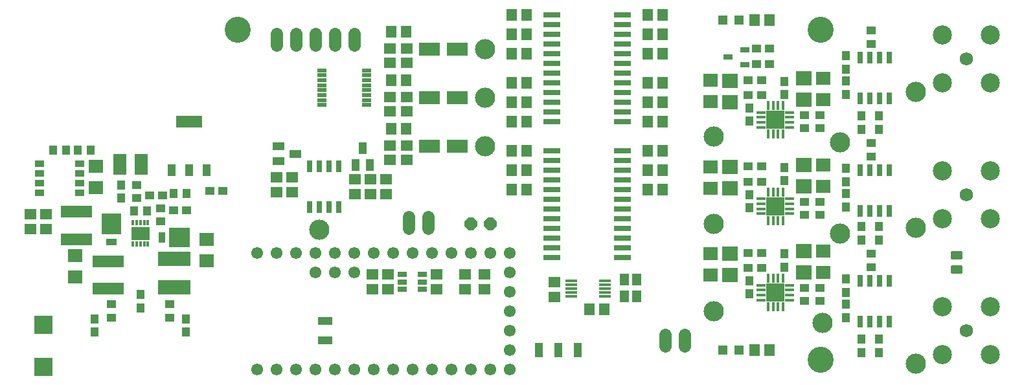
<source format=gbr>
G04 EAGLE Gerber RS-274X export*
G75*
%MOMM*%
%FSLAX34Y34*%
%LPD*%
%INSoldermask Top*%
%IPPOS*%
%AMOC8*
5,1,8,0,0,1.08239X$1,22.5*%
G01*
%ADD10R,2.387600X2.387600*%
%ADD11R,1.601600X1.401600*%
%ADD12C,1.549400*%
%ADD13R,1.301600X0.501600*%
%ADD14R,2.701600X1.701600*%
%ADD15R,1.401600X1.601600*%
%ADD16C,3.403600*%
%ADD17C,1.625600*%
%ADD18R,1.201600X1.101600*%
%ADD19R,1.901600X1.701600*%
%ADD20R,1.101600X1.201600*%
%ADD21R,2.641600X2.771600*%
%ADD22R,1.371600X0.901600*%
%ADD23R,2.771600X2.641600*%
%ADD24R,0.901600X1.371600*%
%ADD25R,4.201600X1.951600*%
%ADD26R,4.101600X1.601600*%
%ADD27R,0.351600X0.776600*%
%ADD28R,2.481600X1.751600*%
%ADD29R,1.244600X0.863600*%
%ADD30R,1.092200X1.600200*%
%ADD31R,3.378200X1.600200*%
%ADD32R,1.701600X2.801600*%
%ADD33R,1.101600X1.501600*%
%ADD34R,0.711200X1.625600*%
%ADD35R,1.501600X1.101600*%
%ADD36R,2.301600X0.701600*%
%ADD37R,1.301600X1.501600*%
%ADD38R,1.501600X0.401600*%
%ADD39C,2.641600*%
%ADD40R,1.117600X1.879600*%
%ADD41R,1.301600X0.651600*%
%ADD42P,1.759533X8X22.500000*%
%ADD43R,2.101600X1.901600*%
%ADD44R,0.457200X1.168400*%
%ADD45R,1.168400X0.457200*%
%ADD46R,2.362200X2.362200*%
%ADD47R,1.295400X0.660400*%
%ADD48R,1.301600X1.301600*%
%ADD49R,1.879600X1.117600*%
%ADD50C,1.751600*%
%ADD51C,2.501600*%
%ADD52C,0.352509*%


D10*
X-723900Y-411544D03*
X-723900Y-466662D03*
D11*
X-172720Y-346100D03*
X-172720Y-365100D03*
X-147320Y-346100D03*
X-147320Y-365100D03*
D12*
X-419100Y-469900D03*
X-393700Y-469900D03*
X-368300Y-469900D03*
X-342900Y-469900D03*
X-393700Y-317500D03*
X-114300Y-419100D03*
X-317500Y-469900D03*
X-292100Y-469900D03*
X-266700Y-469900D03*
X-241300Y-469900D03*
X-215900Y-469900D03*
X-190500Y-469900D03*
X-165100Y-469900D03*
X-139700Y-469900D03*
X-114300Y-469900D03*
X-114300Y-317500D03*
X-139700Y-317500D03*
X-165100Y-317500D03*
X-190500Y-317500D03*
X-215900Y-317500D03*
X-241300Y-317500D03*
X-266700Y-317500D03*
X-292100Y-317500D03*
X-317500Y-317500D03*
X-342900Y-317500D03*
X-368300Y-317500D03*
X-114300Y-342900D03*
X-419100Y-317500D03*
X-444500Y-469900D03*
X-114300Y-393700D03*
X-114300Y-368300D03*
X-114300Y-444500D03*
X-444500Y-317500D03*
X-368300Y-342900D03*
X-342900Y-342900D03*
X-317500Y-342900D03*
D13*
X-300950Y-124350D03*
X-300950Y-117850D03*
X-300950Y-111350D03*
X-300950Y-104850D03*
X-300950Y-98350D03*
X-300950Y-91850D03*
X-300950Y-85350D03*
X-300950Y-78850D03*
X-359450Y-78850D03*
X-359450Y-85350D03*
X-359450Y-91850D03*
X-359450Y-98350D03*
X-359450Y-104850D03*
X-359450Y-111350D03*
X-359450Y-117850D03*
X-359450Y-124350D03*
D14*
X-182660Y-50800D03*
X-218660Y-50800D03*
D11*
X-248920Y-50190D03*
X-248920Y-69190D03*
X-270510Y-69190D03*
X-270510Y-50190D03*
D15*
X-268580Y-27940D03*
X-249580Y-27940D03*
D14*
X-182660Y-114300D03*
X-218660Y-114300D03*
D11*
X-248920Y-113690D03*
X-248920Y-132690D03*
X-270510Y-132690D03*
X-270510Y-113690D03*
D15*
X-268580Y-91440D03*
X-249580Y-91440D03*
D14*
X-182660Y-177800D03*
X-218660Y-177800D03*
D11*
X-248920Y-177190D03*
X-248920Y-196190D03*
X-270510Y-196190D03*
X-270510Y-177190D03*
D15*
X-268580Y-154940D03*
X-249580Y-154940D03*
D16*
X292100Y-457200D03*
X292100Y-25400D03*
X-469900Y-25400D03*
D17*
X-419100Y-30480D02*
X-419100Y-45720D01*
X-393700Y-45720D02*
X-393700Y-30480D01*
X-368300Y-30480D02*
X-368300Y-45720D01*
X-342900Y-45720D02*
X-342900Y-30480D01*
X-317500Y-30480D02*
X-317500Y-45720D01*
D18*
X-536330Y-261620D03*
X-553330Y-261620D03*
D19*
X-510540Y-299690D03*
X-510540Y-327690D03*
X-681990Y-349280D03*
X-681990Y-321280D03*
D18*
X-585080Y-242570D03*
X-568080Y-242570D03*
D20*
X-622300Y-228990D03*
X-622300Y-245990D03*
D11*
X-720090Y-286360D03*
X-720090Y-267360D03*
X-740410Y-267360D03*
X-740410Y-286360D03*
D19*
X-655320Y-232440D03*
X-655320Y-204440D03*
D20*
X-596900Y-372500D03*
X-596900Y-389500D03*
X-656590Y-404250D03*
X-656590Y-421250D03*
X-537210Y-404250D03*
X-537210Y-421250D03*
D21*
X-635000Y-280035D03*
D22*
X-635000Y-303545D03*
D23*
X-545465Y-297180D03*
D24*
X-568975Y-297180D03*
D25*
X-552450Y-362420D03*
X-552450Y-325920D03*
D26*
X-638810Y-364710D03*
X-638810Y-328710D03*
X-680720Y-299940D03*
X-680720Y-263940D03*
D20*
X-605400Y-262890D03*
X-588400Y-262890D03*
X-710810Y-182880D03*
X-693810Y-182880D03*
X-679060Y-182880D03*
X-662060Y-182880D03*
D18*
X-635000Y-402200D03*
X-635000Y-385200D03*
X-558800Y-402200D03*
X-558800Y-385200D03*
D20*
X-553330Y-240030D03*
X-536330Y-240030D03*
D18*
X-570230Y-259470D03*
X-570230Y-276470D03*
X-601980Y-245990D03*
X-601980Y-228990D03*
D27*
X-586900Y-277975D03*
X-591900Y-277975D03*
X-596900Y-277975D03*
X-601900Y-277975D03*
X-606900Y-277975D03*
X-606900Y-306225D03*
X-601900Y-306225D03*
X-596900Y-306225D03*
X-591900Y-306225D03*
X-586900Y-306225D03*
D28*
X-596900Y-292100D03*
D29*
X-676275Y-238760D03*
X-676275Y-226060D03*
X-676275Y-213360D03*
X-676275Y-200660D03*
X-728345Y-200660D03*
X-728345Y-213360D03*
X-728345Y-226060D03*
X-728345Y-238760D03*
D30*
X-556260Y-209296D03*
X-533400Y-209296D03*
X-510540Y-209296D03*
D31*
X-533400Y-146304D03*
D18*
X-506340Y-236220D03*
X-489340Y-236220D03*
D32*
X-595600Y-201930D03*
X-623600Y-201930D03*
D11*
X-316230Y-221640D03*
X-316230Y-240640D03*
X-295910Y-240640D03*
X-295910Y-221640D03*
X-275590Y-221640D03*
X-275590Y-240640D03*
X-398780Y-219100D03*
X-398780Y-238100D03*
D33*
X-306070Y-180770D03*
X-296570Y-202770D03*
X-315570Y-202770D03*
D34*
X-337820Y-204216D03*
X-337820Y-258064D03*
X-350520Y-204216D03*
X-363220Y-204216D03*
X-350520Y-258064D03*
X-363220Y-258064D03*
X-375920Y-204216D03*
X-375920Y-258064D03*
D11*
X-419100Y-238100D03*
X-419100Y-219100D03*
D35*
X-394130Y-187960D03*
X-416130Y-197460D03*
X-416130Y-178460D03*
D15*
X85700Y-6350D03*
X66700Y-6350D03*
X85700Y-146050D03*
X66700Y-146050D03*
X-111100Y-146050D03*
X-92100Y-146050D03*
X-92100Y-6350D03*
X-111100Y-6350D03*
X85700Y-31750D03*
X66700Y-31750D03*
X85700Y-120650D03*
X66700Y-120650D03*
X-92100Y-120650D03*
X-111100Y-120650D03*
X-111100Y-31750D03*
X-92100Y-31750D03*
X85700Y-57150D03*
X66700Y-57150D03*
X85700Y-95250D03*
X66700Y-95250D03*
X-92100Y-95250D03*
X-111100Y-95250D03*
X-111100Y-57150D03*
X-92100Y-57150D03*
D36*
X33300Y-133350D03*
X-58700Y-6350D03*
X33300Y-146050D03*
X33300Y-120650D03*
X33300Y-107950D03*
X-58700Y-19050D03*
X33300Y-6350D03*
X33300Y-19050D03*
X33300Y-82550D03*
X33300Y-44450D03*
X33300Y-95250D03*
X33300Y-69850D03*
X33300Y-31750D03*
X33300Y-57150D03*
X-58700Y-31750D03*
X-58700Y-44450D03*
X-58700Y-57150D03*
X-58700Y-69850D03*
X-58700Y-82550D03*
X-58700Y-95250D03*
X-58700Y-107950D03*
X-58700Y-120650D03*
X-58700Y-133350D03*
X-58700Y-146050D03*
D15*
X85700Y-184150D03*
X66700Y-184150D03*
X-92100Y-184150D03*
X-111100Y-184150D03*
X85700Y-209550D03*
X66700Y-209550D03*
X-111100Y-209550D03*
X-92100Y-209550D03*
X85700Y-234950D03*
X66700Y-234950D03*
X-111100Y-234950D03*
X-92100Y-234950D03*
D36*
X33300Y-311150D03*
X-58700Y-184150D03*
X33300Y-323850D03*
X33300Y-298450D03*
X33300Y-285750D03*
X-58700Y-196850D03*
X33300Y-184150D03*
X33300Y-196850D03*
X33300Y-260350D03*
X33300Y-222250D03*
X33300Y-273050D03*
X33300Y-247650D03*
X33300Y-209550D03*
X33300Y-234950D03*
X-58700Y-209550D03*
X-58700Y-222250D03*
X-58700Y-234950D03*
X-58700Y-247650D03*
X-58700Y-260350D03*
X-58700Y-273050D03*
X-58700Y-285750D03*
X-58700Y-298450D03*
X-58700Y-311150D03*
X-58700Y-323850D03*
D37*
X35560Y-374650D03*
X51560Y-374650D03*
X35560Y-352650D03*
X51560Y-352650D03*
D38*
X10160Y-374650D03*
X10160Y-369650D03*
X10160Y-364650D03*
X10160Y-359650D03*
X10160Y-354650D03*
X-33840Y-354650D03*
X-33840Y-359650D03*
X-33840Y-364650D03*
X-33840Y-369650D03*
X-33840Y-374650D03*
D15*
X9500Y-391160D03*
X-9500Y-391160D03*
D11*
X-55880Y-356260D03*
X-55880Y-375260D03*
D39*
X317500Y-172720D03*
X317500Y-292100D03*
X294640Y-408940D03*
X152400Y-165100D03*
X152400Y-279400D03*
X152400Y-393700D03*
X-146050Y-50800D03*
X-146050Y-114300D03*
X-146050Y-177800D03*
D40*
X-25400Y-444500D03*
X-50800Y-444500D03*
X-76200Y-444500D03*
D11*
X-273050Y-346100D03*
X-273050Y-365100D03*
X-293370Y-346100D03*
X-293370Y-365100D03*
X-209550Y-346100D03*
X-209550Y-365100D03*
D41*
X-254300Y-346100D03*
X-254300Y-355600D03*
X-254300Y-365100D03*
X-228300Y-365100D03*
X-228300Y-355600D03*
X-228300Y-346100D03*
D17*
X-220980Y-285750D02*
X-220980Y-270510D01*
X-246380Y-270510D02*
X-246380Y-285750D01*
D39*
X-363220Y-287020D03*
D42*
X-139700Y-279400D03*
D20*
X245400Y-110160D03*
X245400Y-93160D03*
D18*
X215000Y-111700D03*
X198000Y-111700D03*
D19*
X296000Y-89600D03*
X296000Y-117600D03*
D20*
X198960Y-128300D03*
X198960Y-145300D03*
D19*
X148510Y-92170D03*
X148510Y-120170D03*
D18*
X215000Y-91500D03*
X198000Y-91500D03*
D43*
X270700Y-117600D03*
X270700Y-89600D03*
X173760Y-120400D03*
X173760Y-92400D03*
D18*
X270980Y-137640D03*
X270980Y-154640D03*
X291180Y-154640D03*
X291180Y-137640D03*
D44*
X223750Y-162353D03*
X230250Y-162353D03*
X236750Y-162353D03*
X243250Y-162353D03*
D45*
X252153Y-153450D03*
X252153Y-146950D03*
X252153Y-140450D03*
X252153Y-133950D03*
D44*
X243250Y-125047D03*
X236750Y-125047D03*
X230250Y-125047D03*
X223750Y-125047D03*
D45*
X214847Y-133950D03*
X214847Y-140450D03*
X214847Y-146950D03*
X214847Y-153450D03*
D46*
X233500Y-143700D03*
D20*
X245400Y-223160D03*
X245400Y-206160D03*
D18*
X215000Y-224700D03*
X198000Y-224700D03*
D19*
X296000Y-202600D03*
X296000Y-230600D03*
D20*
X198960Y-241300D03*
X198960Y-258300D03*
D19*
X148540Y-205360D03*
X148540Y-233360D03*
D18*
X215000Y-204500D03*
X198000Y-204500D03*
D43*
X270700Y-230600D03*
X270700Y-202600D03*
X173760Y-233400D03*
X173760Y-205400D03*
D18*
X270980Y-250640D03*
X270980Y-267640D03*
X291180Y-267640D03*
X291180Y-250640D03*
D44*
X223750Y-275353D03*
X230250Y-275353D03*
X236750Y-275353D03*
X243250Y-275353D03*
D45*
X252153Y-266450D03*
X252153Y-259950D03*
X252153Y-253450D03*
X252153Y-246950D03*
D44*
X243250Y-238047D03*
X236750Y-238047D03*
X230250Y-238047D03*
X223750Y-238047D03*
D45*
X214847Y-246950D03*
X214847Y-253450D03*
X214847Y-259950D03*
X214847Y-266450D03*
D46*
X233500Y-256700D03*
D20*
X245400Y-336160D03*
X245400Y-319160D03*
D18*
X215000Y-337700D03*
X198000Y-337700D03*
D19*
X296000Y-315600D03*
X296000Y-343600D03*
D20*
X198960Y-354300D03*
X198960Y-371300D03*
D19*
X148570Y-318390D03*
X148570Y-346390D03*
D18*
X215000Y-317500D03*
X198000Y-317500D03*
D43*
X270700Y-343600D03*
X270700Y-315600D03*
X173760Y-346400D03*
X173760Y-318400D03*
D18*
X270980Y-363640D03*
X270980Y-380640D03*
X291180Y-380640D03*
X291180Y-363640D03*
D44*
X223750Y-388353D03*
X230250Y-388353D03*
X236750Y-388353D03*
X243250Y-388353D03*
D45*
X252153Y-379450D03*
X252153Y-372950D03*
X252153Y-366450D03*
X252153Y-359950D03*
D44*
X243250Y-351047D03*
X236750Y-351047D03*
X230250Y-351047D03*
X223750Y-351047D03*
D45*
X214847Y-359950D03*
X214847Y-366450D03*
X214847Y-372950D03*
X214847Y-379450D03*
D46*
X233500Y-369700D03*
D47*
X193025Y-71250D03*
X193025Y-52250D03*
X171435Y-61750D03*
D18*
X208270Y-70520D03*
X225270Y-70520D03*
X208270Y-50020D03*
X225270Y-50020D03*
D48*
X185760Y-12700D03*
X164760Y-12700D03*
X185760Y-444500D03*
X164760Y-444500D03*
D15*
X225400Y-12700D03*
X206400Y-12700D03*
X225400Y-444500D03*
X206400Y-444500D03*
D42*
X-165100Y-279400D03*
D49*
X-355600Y-431800D03*
X-355600Y-406400D03*
D17*
X114300Y-424180D02*
X114300Y-439420D01*
X88900Y-439420D02*
X88900Y-424180D01*
D34*
X382270Y-354076D03*
X382270Y-407924D03*
X369570Y-354076D03*
X356870Y-354076D03*
X369570Y-407924D03*
X356870Y-407924D03*
X344170Y-354076D03*
X344170Y-407924D03*
D20*
X325120Y-369180D03*
X325120Y-352180D03*
X325120Y-385200D03*
X325120Y-402200D03*
X345440Y-430920D03*
X345440Y-447920D03*
X368300Y-430920D03*
X368300Y-447920D03*
D34*
X382270Y-209296D03*
X382270Y-263144D03*
X369570Y-209296D03*
X356870Y-209296D03*
X369570Y-263144D03*
X356870Y-263144D03*
X344170Y-209296D03*
X344170Y-263144D03*
D20*
X325120Y-224400D03*
X325120Y-207400D03*
X325120Y-240420D03*
X325120Y-257420D03*
X345440Y-283600D03*
X345440Y-300600D03*
X368300Y-283600D03*
X368300Y-300600D03*
D34*
X382270Y-61976D03*
X382270Y-115824D03*
X369570Y-61976D03*
X356870Y-61976D03*
X369570Y-115824D03*
X356870Y-115824D03*
X344170Y-61976D03*
X344170Y-115824D03*
D20*
X325120Y-77080D03*
X325120Y-60080D03*
X325120Y-93100D03*
X325120Y-110100D03*
X345440Y-138820D03*
X345440Y-155820D03*
X368300Y-138820D03*
X368300Y-155820D03*
D39*
X416560Y-462280D03*
X416560Y-284480D03*
X416560Y-106680D03*
D50*
X482600Y-63500D03*
D51*
X451300Y-32200D03*
X451300Y-94800D03*
X513900Y-94800D03*
X513900Y-32200D03*
D50*
X482600Y-241300D03*
D51*
X451300Y-210000D03*
X451300Y-272600D03*
X513900Y-272600D03*
X513900Y-210000D03*
D50*
X482600Y-419100D03*
D51*
X513900Y-450400D03*
X513900Y-387800D03*
X451300Y-387800D03*
X451300Y-450400D03*
D18*
X358140Y-319160D03*
X358140Y-336160D03*
X358140Y-174380D03*
X358140Y-191380D03*
X358140Y-27060D03*
X358140Y-44060D03*
D52*
X475746Y-335804D02*
X475746Y-343296D01*
X464054Y-343296D01*
X464054Y-335804D01*
X475746Y-335804D01*
X475746Y-339947D02*
X464054Y-339947D01*
X464054Y-336598D02*
X475746Y-336598D01*
X475746Y-324596D02*
X475746Y-317104D01*
X475746Y-324596D02*
X464054Y-324596D01*
X464054Y-317104D01*
X475746Y-317104D01*
X475746Y-321247D02*
X464054Y-321247D01*
X464054Y-317898D02*
X475746Y-317898D01*
M02*

</source>
